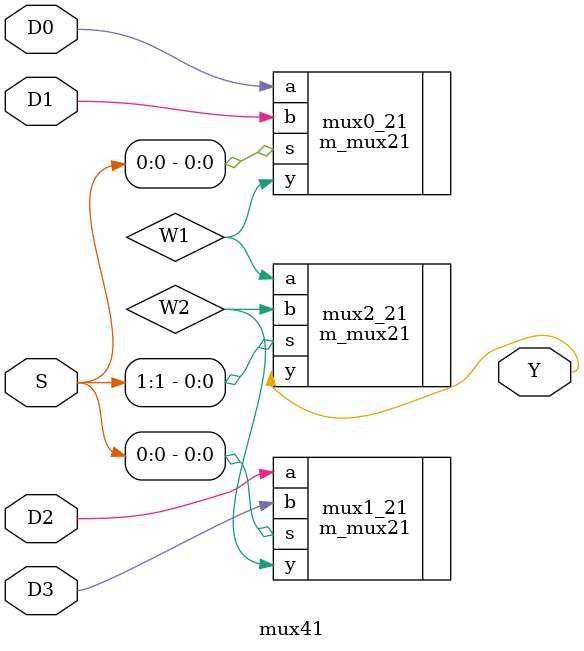
<source format=v>

module mux41 (D0, D1, D2, D3, S, Y);
	input D0, D1, D2, D3;
	input [1:0] S;
	output Y;
	wire W1, W2;


m_mux21 mux0_21 (.a(D0), .b(D1), .s(S[0]), .y(W1));	
m_mux21 mux1_21 (.a(D2), .b(D3), .s(S[0]), .y(W2));	
m_mux21 mux2_21 (.a(W1), .b(W2), .s(S[1]), .y(Y));	

endmodule

</source>
